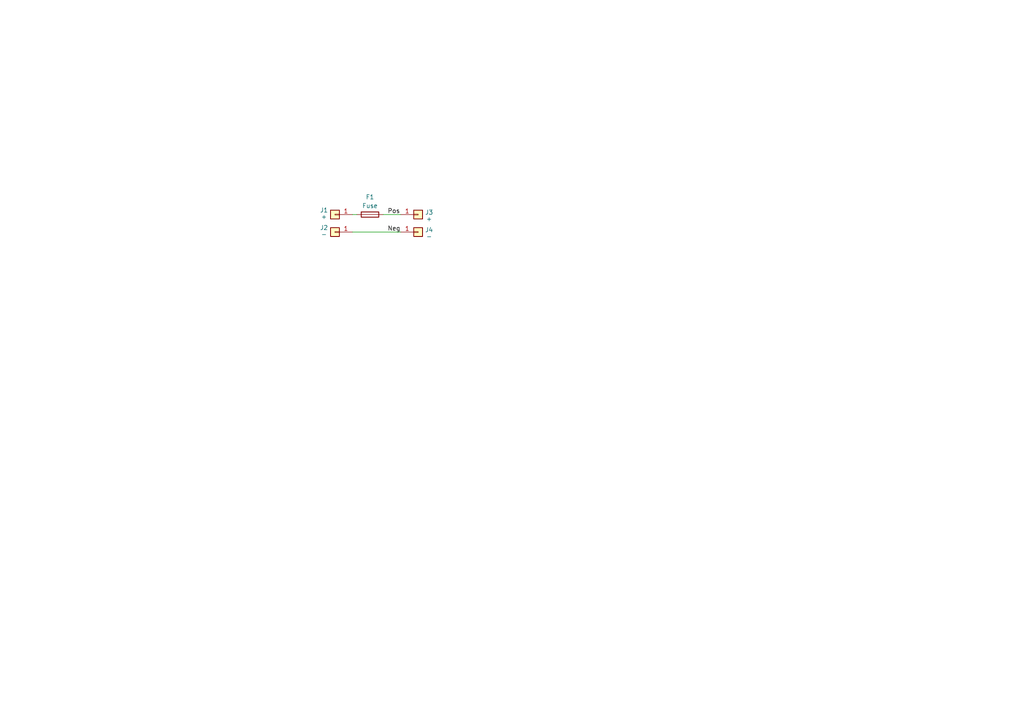
<source format=kicad_sch>
(kicad_sch (version 20230121) (generator eeschema)
  (paper "A4")
  (lib_symbols
    (symbol "Connector_Generic:Conn_01x01" (pin_names (offset 1.016) hide)
      (property "Reference" "J" (at 0 2.54 0))
      (property "Value" "Conn_01x01" (at 0 -2.54 0))
      (symbol "Conn_01x01_1_1"
        (rectangle (start -1.27 0.127) (end 0 -0.127) (stroke (width 0.1524)))
        (rectangle (start -1.27 1.27) (end 1.27 -1.27) (stroke (width 0.254)) (fill (type background)))
        (pin passive line (at -5.08 0 0) (length 3.81) (name "Pin_1") (number "1"))
      )
    )
    (symbol "Device:Fuse" (pin_numbers hide) (pin_names (offset 0))
      (property "Reference" "F" (at 2.032 0 90))
      (property "Value" "Fuse" (at -1.905 0 90))
      (symbol "Fuse_0_1"
        (rectangle (start -0.762 -2.54) (end 0.762 2.54) (stroke (width 0.254)))
        (polyline (pts (xy 0 2.54) (xy 0 -2.54)))
      )
      (symbol "Fuse_1_1"
        (pin passive line (at 0 3.81 270) (length 1.27) (name "~") (number "1"))
        (pin passive line (at 0 -3.81 90) (length 1.27) (name "~") (number "2"))
      )
    )
  )
  (wire (pts (xy 111.125 62.23) (xy 116.205 62.23)))
  (wire (pts (xy 102.235 67.31) (xy 116.205 67.31)))
  (wire (pts (xy 102.235 62.23) (xy 103.505 62.23)))
  (label "Pos" (at 112.395 62.23 0))
  (label "Neg" (at 112.395 67.31 0))
  (symbol (lib_id "Connector_Generic:Conn_01x01") (at 121.285 62.23 0) (unit 1)
    (property "Reference" "J3" (at 124.46 61.595 0))
    (property "Value" "+" (at 124.46 63.5 0))
    (property "Footprint" "TestPoint:TestPoint_THTPad_D3.0mm_Drill1.5mm" (effects hide))
  )
  (symbol (lib_id "Connector_Generic:Conn_01x01") (at 97.155 62.23 180) (unit 1)
    (property "Reference" "J1" (at 93.98 60.96 0))
    (property "Value" "+" (at 93.98 62.865 0))
    (property "Footprint" "Retronics_Connectors:62650-1" (effects hide))
  )
  (symbol (lib_id "Connector_Generic:Conn_01x01") (at 97.155 67.31 180) (unit 1)
    (property "Reference" "J2" (at 93.98 66.04 0))
    (property "Value" "-" (at 93.98 67.945 0))
    (property "Footprint" "Retronics_Connectors:62650-1" (effects hide))
  )
  (symbol (lib_id "Connector_Generic:Conn_01x01") (at 121.285 67.31 0) (unit 1)
    (property "Reference" "J4" (at 124.46 66.675 0))
    (property "Value" "-" (at 124.46 68.58 0))
    (property "Footprint" "TestPoint:TestPoint_THTPad_D3.0mm_Drill1.5mm" (effects hide))
  )
  (symbol (lib_id "Device:Fuse") (at 107.315 62.23 90) (unit 1)
    (property "Reference" "F1" (at 107.315 57.15 90))
    (property "Value" "Fuse" (at 107.315 59.69 90))
    (property "Footprint" "Retronics_Protection:Fuse_Littelfuse_372_D8.50mm" (effects hide))
  )
)
</source>
